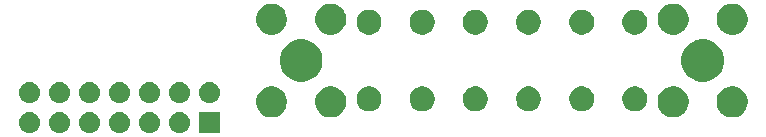
<source format=gbs>
G04 #@! TF.GenerationSoftware,KiCad,Pcbnew,(5.1.0-0)*
G04 #@! TF.CreationDate,2019-03-17T12:10:36+00:00*
G04 #@! TF.ProjectId,A1200,41313230-302e-46b6-9963-61645f706362,rev?*
G04 #@! TF.SameCoordinates,Original*
G04 #@! TF.FileFunction,Soldermask,Bot*
G04 #@! TF.FilePolarity,Negative*
%FSLAX46Y46*%
G04 Gerber Fmt 4.6, Leading zero omitted, Abs format (unit mm)*
G04 Created by KiCad (PCBNEW (5.1.0-0)) date 2019-03-17 12:10:36*
%MOMM*%
%LPD*%
G04 APERTURE LIST*
%ADD10C,0.100000*%
G04 APERTURE END LIST*
D10*
G36*
X52651000Y-67151000D02*
G01*
X50849000Y-67151000D01*
X50849000Y-65349000D01*
X52651000Y-65349000D01*
X52651000Y-67151000D01*
X52651000Y-67151000D01*
G37*
G36*
X49320443Y-65355519D02*
G01*
X49386627Y-65362037D01*
X49556466Y-65413557D01*
X49712991Y-65497222D01*
X49740592Y-65519874D01*
X49850186Y-65609814D01*
X49894298Y-65663566D01*
X49962778Y-65747009D01*
X50046443Y-65903534D01*
X50097963Y-66073373D01*
X50115359Y-66250000D01*
X50097963Y-66426627D01*
X50046443Y-66596466D01*
X49962778Y-66752991D01*
X49933448Y-66788729D01*
X49850186Y-66890186D01*
X49748729Y-66973448D01*
X49712991Y-67002778D01*
X49556466Y-67086443D01*
X49386627Y-67137963D01*
X49320442Y-67144482D01*
X49254260Y-67151000D01*
X49165740Y-67151000D01*
X49099558Y-67144482D01*
X49033373Y-67137963D01*
X48863534Y-67086443D01*
X48707009Y-67002778D01*
X48671271Y-66973448D01*
X48569814Y-66890186D01*
X48486552Y-66788729D01*
X48457222Y-66752991D01*
X48373557Y-66596466D01*
X48322037Y-66426627D01*
X48304641Y-66250000D01*
X48322037Y-66073373D01*
X48373557Y-65903534D01*
X48457222Y-65747009D01*
X48525702Y-65663566D01*
X48569814Y-65609814D01*
X48679408Y-65519874D01*
X48707009Y-65497222D01*
X48863534Y-65413557D01*
X49033373Y-65362037D01*
X49099557Y-65355519D01*
X49165740Y-65349000D01*
X49254260Y-65349000D01*
X49320443Y-65355519D01*
X49320443Y-65355519D01*
G37*
G36*
X46780443Y-65355519D02*
G01*
X46846627Y-65362037D01*
X47016466Y-65413557D01*
X47172991Y-65497222D01*
X47200592Y-65519874D01*
X47310186Y-65609814D01*
X47354298Y-65663566D01*
X47422778Y-65747009D01*
X47506443Y-65903534D01*
X47557963Y-66073373D01*
X47575359Y-66250000D01*
X47557963Y-66426627D01*
X47506443Y-66596466D01*
X47422778Y-66752991D01*
X47393448Y-66788729D01*
X47310186Y-66890186D01*
X47208729Y-66973448D01*
X47172991Y-67002778D01*
X47016466Y-67086443D01*
X46846627Y-67137963D01*
X46780442Y-67144482D01*
X46714260Y-67151000D01*
X46625740Y-67151000D01*
X46559558Y-67144482D01*
X46493373Y-67137963D01*
X46323534Y-67086443D01*
X46167009Y-67002778D01*
X46131271Y-66973448D01*
X46029814Y-66890186D01*
X45946552Y-66788729D01*
X45917222Y-66752991D01*
X45833557Y-66596466D01*
X45782037Y-66426627D01*
X45764641Y-66250000D01*
X45782037Y-66073373D01*
X45833557Y-65903534D01*
X45917222Y-65747009D01*
X45985702Y-65663566D01*
X46029814Y-65609814D01*
X46139408Y-65519874D01*
X46167009Y-65497222D01*
X46323534Y-65413557D01*
X46493373Y-65362037D01*
X46559557Y-65355519D01*
X46625740Y-65349000D01*
X46714260Y-65349000D01*
X46780443Y-65355519D01*
X46780443Y-65355519D01*
G37*
G36*
X44240443Y-65355519D02*
G01*
X44306627Y-65362037D01*
X44476466Y-65413557D01*
X44632991Y-65497222D01*
X44660592Y-65519874D01*
X44770186Y-65609814D01*
X44814298Y-65663566D01*
X44882778Y-65747009D01*
X44966443Y-65903534D01*
X45017963Y-66073373D01*
X45035359Y-66250000D01*
X45017963Y-66426627D01*
X44966443Y-66596466D01*
X44882778Y-66752991D01*
X44853448Y-66788729D01*
X44770186Y-66890186D01*
X44668729Y-66973448D01*
X44632991Y-67002778D01*
X44476466Y-67086443D01*
X44306627Y-67137963D01*
X44240442Y-67144482D01*
X44174260Y-67151000D01*
X44085740Y-67151000D01*
X44019558Y-67144482D01*
X43953373Y-67137963D01*
X43783534Y-67086443D01*
X43627009Y-67002778D01*
X43591271Y-66973448D01*
X43489814Y-66890186D01*
X43406552Y-66788729D01*
X43377222Y-66752991D01*
X43293557Y-66596466D01*
X43242037Y-66426627D01*
X43224641Y-66250000D01*
X43242037Y-66073373D01*
X43293557Y-65903534D01*
X43377222Y-65747009D01*
X43445702Y-65663566D01*
X43489814Y-65609814D01*
X43599408Y-65519874D01*
X43627009Y-65497222D01*
X43783534Y-65413557D01*
X43953373Y-65362037D01*
X44019557Y-65355519D01*
X44085740Y-65349000D01*
X44174260Y-65349000D01*
X44240443Y-65355519D01*
X44240443Y-65355519D01*
G37*
G36*
X41700443Y-65355519D02*
G01*
X41766627Y-65362037D01*
X41936466Y-65413557D01*
X42092991Y-65497222D01*
X42120592Y-65519874D01*
X42230186Y-65609814D01*
X42274298Y-65663566D01*
X42342778Y-65747009D01*
X42426443Y-65903534D01*
X42477963Y-66073373D01*
X42495359Y-66250000D01*
X42477963Y-66426627D01*
X42426443Y-66596466D01*
X42342778Y-66752991D01*
X42313448Y-66788729D01*
X42230186Y-66890186D01*
X42128729Y-66973448D01*
X42092991Y-67002778D01*
X41936466Y-67086443D01*
X41766627Y-67137963D01*
X41700442Y-67144482D01*
X41634260Y-67151000D01*
X41545740Y-67151000D01*
X41479558Y-67144482D01*
X41413373Y-67137963D01*
X41243534Y-67086443D01*
X41087009Y-67002778D01*
X41051271Y-66973448D01*
X40949814Y-66890186D01*
X40866552Y-66788729D01*
X40837222Y-66752991D01*
X40753557Y-66596466D01*
X40702037Y-66426627D01*
X40684641Y-66250000D01*
X40702037Y-66073373D01*
X40753557Y-65903534D01*
X40837222Y-65747009D01*
X40905702Y-65663566D01*
X40949814Y-65609814D01*
X41059408Y-65519874D01*
X41087009Y-65497222D01*
X41243534Y-65413557D01*
X41413373Y-65362037D01*
X41479557Y-65355519D01*
X41545740Y-65349000D01*
X41634260Y-65349000D01*
X41700443Y-65355519D01*
X41700443Y-65355519D01*
G37*
G36*
X39160443Y-65355519D02*
G01*
X39226627Y-65362037D01*
X39396466Y-65413557D01*
X39552991Y-65497222D01*
X39580592Y-65519874D01*
X39690186Y-65609814D01*
X39734298Y-65663566D01*
X39802778Y-65747009D01*
X39886443Y-65903534D01*
X39937963Y-66073373D01*
X39955359Y-66250000D01*
X39937963Y-66426627D01*
X39886443Y-66596466D01*
X39802778Y-66752991D01*
X39773448Y-66788729D01*
X39690186Y-66890186D01*
X39588729Y-66973448D01*
X39552991Y-67002778D01*
X39396466Y-67086443D01*
X39226627Y-67137963D01*
X39160442Y-67144482D01*
X39094260Y-67151000D01*
X39005740Y-67151000D01*
X38939558Y-67144482D01*
X38873373Y-67137963D01*
X38703534Y-67086443D01*
X38547009Y-67002778D01*
X38511271Y-66973448D01*
X38409814Y-66890186D01*
X38326552Y-66788729D01*
X38297222Y-66752991D01*
X38213557Y-66596466D01*
X38162037Y-66426627D01*
X38144641Y-66250000D01*
X38162037Y-66073373D01*
X38213557Y-65903534D01*
X38297222Y-65747009D01*
X38365702Y-65663566D01*
X38409814Y-65609814D01*
X38519408Y-65519874D01*
X38547009Y-65497222D01*
X38703534Y-65413557D01*
X38873373Y-65362037D01*
X38939557Y-65355519D01*
X39005740Y-65349000D01*
X39094260Y-65349000D01*
X39160443Y-65355519D01*
X39160443Y-65355519D01*
G37*
G36*
X36620443Y-65355519D02*
G01*
X36686627Y-65362037D01*
X36856466Y-65413557D01*
X37012991Y-65497222D01*
X37040592Y-65519874D01*
X37150186Y-65609814D01*
X37194298Y-65663566D01*
X37262778Y-65747009D01*
X37346443Y-65903534D01*
X37397963Y-66073373D01*
X37415359Y-66250000D01*
X37397963Y-66426627D01*
X37346443Y-66596466D01*
X37262778Y-66752991D01*
X37233448Y-66788729D01*
X37150186Y-66890186D01*
X37048729Y-66973448D01*
X37012991Y-67002778D01*
X36856466Y-67086443D01*
X36686627Y-67137963D01*
X36620442Y-67144482D01*
X36554260Y-67151000D01*
X36465740Y-67151000D01*
X36399558Y-67144482D01*
X36333373Y-67137963D01*
X36163534Y-67086443D01*
X36007009Y-67002778D01*
X35971271Y-66973448D01*
X35869814Y-66890186D01*
X35786552Y-66788729D01*
X35757222Y-66752991D01*
X35673557Y-66596466D01*
X35622037Y-66426627D01*
X35604641Y-66250000D01*
X35622037Y-66073373D01*
X35673557Y-65903534D01*
X35757222Y-65747009D01*
X35825702Y-65663566D01*
X35869814Y-65609814D01*
X35979408Y-65519874D01*
X36007009Y-65497222D01*
X36163534Y-65413557D01*
X36333373Y-65362037D01*
X36399557Y-65355519D01*
X36465740Y-65349000D01*
X36554260Y-65349000D01*
X36620443Y-65355519D01*
X36620443Y-65355519D01*
G37*
G36*
X62382987Y-63237457D02*
G01*
X62621937Y-63336434D01*
X62621939Y-63336435D01*
X62836989Y-63480126D01*
X63019874Y-63663011D01*
X63163565Y-63878061D01*
X63163566Y-63878063D01*
X63262543Y-64117013D01*
X63313000Y-64370679D01*
X63313000Y-64629321D01*
X63262543Y-64882987D01*
X63186585Y-65066365D01*
X63163565Y-65121939D01*
X63019874Y-65336989D01*
X62836989Y-65519874D01*
X62621939Y-65663565D01*
X62621938Y-65663566D01*
X62621937Y-65663566D01*
X62382987Y-65762543D01*
X62129321Y-65813000D01*
X61870679Y-65813000D01*
X61617013Y-65762543D01*
X61378063Y-65663566D01*
X61378062Y-65663566D01*
X61378061Y-65663565D01*
X61163011Y-65519874D01*
X60980126Y-65336989D01*
X60836435Y-65121939D01*
X60813415Y-65066365D01*
X60737457Y-64882987D01*
X60687000Y-64629321D01*
X60687000Y-64370679D01*
X60737457Y-64117013D01*
X60836434Y-63878063D01*
X60836435Y-63878061D01*
X60980126Y-63663011D01*
X61163011Y-63480126D01*
X61378061Y-63336435D01*
X61378063Y-63336434D01*
X61617013Y-63237457D01*
X61870679Y-63187000D01*
X62129321Y-63187000D01*
X62382987Y-63237457D01*
X62382987Y-63237457D01*
G37*
G36*
X57382987Y-63237457D02*
G01*
X57621937Y-63336434D01*
X57621939Y-63336435D01*
X57836989Y-63480126D01*
X58019874Y-63663011D01*
X58163565Y-63878061D01*
X58163566Y-63878063D01*
X58262543Y-64117013D01*
X58313000Y-64370679D01*
X58313000Y-64629321D01*
X58262543Y-64882987D01*
X58186585Y-65066365D01*
X58163565Y-65121939D01*
X58019874Y-65336989D01*
X57836989Y-65519874D01*
X57621939Y-65663565D01*
X57621938Y-65663566D01*
X57621937Y-65663566D01*
X57382987Y-65762543D01*
X57129321Y-65813000D01*
X56870679Y-65813000D01*
X56617013Y-65762543D01*
X56378063Y-65663566D01*
X56378062Y-65663566D01*
X56378061Y-65663565D01*
X56163011Y-65519874D01*
X55980126Y-65336989D01*
X55836435Y-65121939D01*
X55813415Y-65066365D01*
X55737457Y-64882987D01*
X55687000Y-64629321D01*
X55687000Y-64370679D01*
X55737457Y-64117013D01*
X55836434Y-63878063D01*
X55836435Y-63878061D01*
X55980126Y-63663011D01*
X56163011Y-63480126D01*
X56378061Y-63336435D01*
X56378063Y-63336434D01*
X56617013Y-63237457D01*
X56870679Y-63187000D01*
X57129321Y-63187000D01*
X57382987Y-63237457D01*
X57382987Y-63237457D01*
G37*
G36*
X96382987Y-63237457D02*
G01*
X96621937Y-63336434D01*
X96621939Y-63336435D01*
X96836989Y-63480126D01*
X97019874Y-63663011D01*
X97163565Y-63878061D01*
X97163566Y-63878063D01*
X97262543Y-64117013D01*
X97313000Y-64370679D01*
X97313000Y-64629321D01*
X97262543Y-64882987D01*
X97186585Y-65066365D01*
X97163565Y-65121939D01*
X97019874Y-65336989D01*
X96836989Y-65519874D01*
X96621939Y-65663565D01*
X96621938Y-65663566D01*
X96621937Y-65663566D01*
X96382987Y-65762543D01*
X96129321Y-65813000D01*
X95870679Y-65813000D01*
X95617013Y-65762543D01*
X95378063Y-65663566D01*
X95378062Y-65663566D01*
X95378061Y-65663565D01*
X95163011Y-65519874D01*
X94980126Y-65336989D01*
X94836435Y-65121939D01*
X94813415Y-65066365D01*
X94737457Y-64882987D01*
X94687000Y-64629321D01*
X94687000Y-64370679D01*
X94737457Y-64117013D01*
X94836434Y-63878063D01*
X94836435Y-63878061D01*
X94980126Y-63663011D01*
X95163011Y-63480126D01*
X95378061Y-63336435D01*
X95378063Y-63336434D01*
X95617013Y-63237457D01*
X95870679Y-63187000D01*
X96129321Y-63187000D01*
X96382987Y-63237457D01*
X96382987Y-63237457D01*
G37*
G36*
X91382987Y-63237457D02*
G01*
X91621937Y-63336434D01*
X91621939Y-63336435D01*
X91836989Y-63480126D01*
X92019874Y-63663011D01*
X92163565Y-63878061D01*
X92163566Y-63878063D01*
X92262543Y-64117013D01*
X92313000Y-64370679D01*
X92313000Y-64629321D01*
X92262543Y-64882987D01*
X92186585Y-65066365D01*
X92163565Y-65121939D01*
X92019874Y-65336989D01*
X91836989Y-65519874D01*
X91621939Y-65663565D01*
X91621938Y-65663566D01*
X91621937Y-65663566D01*
X91382987Y-65762543D01*
X91129321Y-65813000D01*
X90870679Y-65813000D01*
X90617013Y-65762543D01*
X90378063Y-65663566D01*
X90378062Y-65663566D01*
X90378061Y-65663565D01*
X90163011Y-65519874D01*
X89980126Y-65336989D01*
X89836435Y-65121939D01*
X89813415Y-65066365D01*
X89737457Y-64882987D01*
X89687000Y-64629321D01*
X89687000Y-64370679D01*
X89737457Y-64117013D01*
X89836434Y-63878063D01*
X89836435Y-63878061D01*
X89980126Y-63663011D01*
X90163011Y-63480126D01*
X90378061Y-63336435D01*
X90378063Y-63336434D01*
X90617013Y-63237457D01*
X90870679Y-63187000D01*
X91129321Y-63187000D01*
X91382987Y-63237457D01*
X91382987Y-63237457D01*
G37*
G36*
X65556564Y-63239389D02*
G01*
X65747833Y-63318615D01*
X65747835Y-63318616D01*
X65815059Y-63363534D01*
X65919973Y-63433635D01*
X66066365Y-63580027D01*
X66181385Y-63752167D01*
X66260611Y-63943436D01*
X66301000Y-64146484D01*
X66301000Y-64353516D01*
X66260611Y-64556564D01*
X66230475Y-64629319D01*
X66181384Y-64747835D01*
X66066365Y-64919973D01*
X65919973Y-65066365D01*
X65747835Y-65181384D01*
X65747834Y-65181385D01*
X65747833Y-65181385D01*
X65556564Y-65260611D01*
X65353516Y-65301000D01*
X65146484Y-65301000D01*
X64943436Y-65260611D01*
X64752167Y-65181385D01*
X64752166Y-65181385D01*
X64752165Y-65181384D01*
X64580027Y-65066365D01*
X64433635Y-64919973D01*
X64318616Y-64747835D01*
X64269525Y-64629319D01*
X64239389Y-64556564D01*
X64199000Y-64353516D01*
X64199000Y-64146484D01*
X64239389Y-63943436D01*
X64318615Y-63752167D01*
X64433635Y-63580027D01*
X64580027Y-63433635D01*
X64684941Y-63363534D01*
X64752165Y-63318616D01*
X64752167Y-63318615D01*
X64943436Y-63239389D01*
X65146484Y-63199000D01*
X65353516Y-63199000D01*
X65556564Y-63239389D01*
X65556564Y-63239389D01*
G37*
G36*
X79056564Y-63239389D02*
G01*
X79247833Y-63318615D01*
X79247835Y-63318616D01*
X79315059Y-63363534D01*
X79419973Y-63433635D01*
X79566365Y-63580027D01*
X79681385Y-63752167D01*
X79760611Y-63943436D01*
X79801000Y-64146484D01*
X79801000Y-64353516D01*
X79760611Y-64556564D01*
X79730475Y-64629319D01*
X79681384Y-64747835D01*
X79566365Y-64919973D01*
X79419973Y-65066365D01*
X79247835Y-65181384D01*
X79247834Y-65181385D01*
X79247833Y-65181385D01*
X79056564Y-65260611D01*
X78853516Y-65301000D01*
X78646484Y-65301000D01*
X78443436Y-65260611D01*
X78252167Y-65181385D01*
X78252166Y-65181385D01*
X78252165Y-65181384D01*
X78080027Y-65066365D01*
X77933635Y-64919973D01*
X77818616Y-64747835D01*
X77769525Y-64629319D01*
X77739389Y-64556564D01*
X77699000Y-64353516D01*
X77699000Y-64146484D01*
X77739389Y-63943436D01*
X77818615Y-63752167D01*
X77933635Y-63580027D01*
X78080027Y-63433635D01*
X78184941Y-63363534D01*
X78252165Y-63318616D01*
X78252167Y-63318615D01*
X78443436Y-63239389D01*
X78646484Y-63199000D01*
X78853516Y-63199000D01*
X79056564Y-63239389D01*
X79056564Y-63239389D01*
G37*
G36*
X83556564Y-63239389D02*
G01*
X83747833Y-63318615D01*
X83747835Y-63318616D01*
X83815059Y-63363534D01*
X83919973Y-63433635D01*
X84066365Y-63580027D01*
X84181385Y-63752167D01*
X84260611Y-63943436D01*
X84301000Y-64146484D01*
X84301000Y-64353516D01*
X84260611Y-64556564D01*
X84230475Y-64629319D01*
X84181384Y-64747835D01*
X84066365Y-64919973D01*
X83919973Y-65066365D01*
X83747835Y-65181384D01*
X83747834Y-65181385D01*
X83747833Y-65181385D01*
X83556564Y-65260611D01*
X83353516Y-65301000D01*
X83146484Y-65301000D01*
X82943436Y-65260611D01*
X82752167Y-65181385D01*
X82752166Y-65181385D01*
X82752165Y-65181384D01*
X82580027Y-65066365D01*
X82433635Y-64919973D01*
X82318616Y-64747835D01*
X82269525Y-64629319D01*
X82239389Y-64556564D01*
X82199000Y-64353516D01*
X82199000Y-64146484D01*
X82239389Y-63943436D01*
X82318615Y-63752167D01*
X82433635Y-63580027D01*
X82580027Y-63433635D01*
X82684941Y-63363534D01*
X82752165Y-63318616D01*
X82752167Y-63318615D01*
X82943436Y-63239389D01*
X83146484Y-63199000D01*
X83353516Y-63199000D01*
X83556564Y-63239389D01*
X83556564Y-63239389D01*
G37*
G36*
X88056564Y-63239389D02*
G01*
X88247833Y-63318615D01*
X88247835Y-63318616D01*
X88315059Y-63363534D01*
X88419973Y-63433635D01*
X88566365Y-63580027D01*
X88681385Y-63752167D01*
X88760611Y-63943436D01*
X88801000Y-64146484D01*
X88801000Y-64353516D01*
X88760611Y-64556564D01*
X88730475Y-64629319D01*
X88681384Y-64747835D01*
X88566365Y-64919973D01*
X88419973Y-65066365D01*
X88247835Y-65181384D01*
X88247834Y-65181385D01*
X88247833Y-65181385D01*
X88056564Y-65260611D01*
X87853516Y-65301000D01*
X87646484Y-65301000D01*
X87443436Y-65260611D01*
X87252167Y-65181385D01*
X87252166Y-65181385D01*
X87252165Y-65181384D01*
X87080027Y-65066365D01*
X86933635Y-64919973D01*
X86818616Y-64747835D01*
X86769525Y-64629319D01*
X86739389Y-64556564D01*
X86699000Y-64353516D01*
X86699000Y-64146484D01*
X86739389Y-63943436D01*
X86818615Y-63752167D01*
X86933635Y-63580027D01*
X87080027Y-63433635D01*
X87184941Y-63363534D01*
X87252165Y-63318616D01*
X87252167Y-63318615D01*
X87443436Y-63239389D01*
X87646484Y-63199000D01*
X87853516Y-63199000D01*
X88056564Y-63239389D01*
X88056564Y-63239389D01*
G37*
G36*
X70056564Y-63239389D02*
G01*
X70247833Y-63318615D01*
X70247835Y-63318616D01*
X70315059Y-63363534D01*
X70419973Y-63433635D01*
X70566365Y-63580027D01*
X70681385Y-63752167D01*
X70760611Y-63943436D01*
X70801000Y-64146484D01*
X70801000Y-64353516D01*
X70760611Y-64556564D01*
X70730475Y-64629319D01*
X70681384Y-64747835D01*
X70566365Y-64919973D01*
X70419973Y-65066365D01*
X70247835Y-65181384D01*
X70247834Y-65181385D01*
X70247833Y-65181385D01*
X70056564Y-65260611D01*
X69853516Y-65301000D01*
X69646484Y-65301000D01*
X69443436Y-65260611D01*
X69252167Y-65181385D01*
X69252166Y-65181385D01*
X69252165Y-65181384D01*
X69080027Y-65066365D01*
X68933635Y-64919973D01*
X68818616Y-64747835D01*
X68769525Y-64629319D01*
X68739389Y-64556564D01*
X68699000Y-64353516D01*
X68699000Y-64146484D01*
X68739389Y-63943436D01*
X68818615Y-63752167D01*
X68933635Y-63580027D01*
X69080027Y-63433635D01*
X69184941Y-63363534D01*
X69252165Y-63318616D01*
X69252167Y-63318615D01*
X69443436Y-63239389D01*
X69646484Y-63199000D01*
X69853516Y-63199000D01*
X70056564Y-63239389D01*
X70056564Y-63239389D01*
G37*
G36*
X74556564Y-63239389D02*
G01*
X74747833Y-63318615D01*
X74747835Y-63318616D01*
X74815059Y-63363534D01*
X74919973Y-63433635D01*
X75066365Y-63580027D01*
X75181385Y-63752167D01*
X75260611Y-63943436D01*
X75301000Y-64146484D01*
X75301000Y-64353516D01*
X75260611Y-64556564D01*
X75230475Y-64629319D01*
X75181384Y-64747835D01*
X75066365Y-64919973D01*
X74919973Y-65066365D01*
X74747835Y-65181384D01*
X74747834Y-65181385D01*
X74747833Y-65181385D01*
X74556564Y-65260611D01*
X74353516Y-65301000D01*
X74146484Y-65301000D01*
X73943436Y-65260611D01*
X73752167Y-65181385D01*
X73752166Y-65181385D01*
X73752165Y-65181384D01*
X73580027Y-65066365D01*
X73433635Y-64919973D01*
X73318616Y-64747835D01*
X73269525Y-64629319D01*
X73239389Y-64556564D01*
X73199000Y-64353516D01*
X73199000Y-64146484D01*
X73239389Y-63943436D01*
X73318615Y-63752167D01*
X73433635Y-63580027D01*
X73580027Y-63433635D01*
X73684941Y-63363534D01*
X73752165Y-63318616D01*
X73752167Y-63318615D01*
X73943436Y-63239389D01*
X74146484Y-63199000D01*
X74353516Y-63199000D01*
X74556564Y-63239389D01*
X74556564Y-63239389D01*
G37*
G36*
X36620442Y-62815518D02*
G01*
X36686627Y-62822037D01*
X36856466Y-62873557D01*
X37012991Y-62957222D01*
X37048729Y-62986552D01*
X37150186Y-63069814D01*
X37233448Y-63171271D01*
X37262778Y-63207009D01*
X37346443Y-63363534D01*
X37397963Y-63533373D01*
X37415359Y-63710000D01*
X37397963Y-63886627D01*
X37346443Y-64056466D01*
X37262778Y-64212991D01*
X37233448Y-64248729D01*
X37150186Y-64350186D01*
X37048729Y-64433448D01*
X37012991Y-64462778D01*
X36856466Y-64546443D01*
X36686627Y-64597963D01*
X36620443Y-64604481D01*
X36554260Y-64611000D01*
X36465740Y-64611000D01*
X36399557Y-64604481D01*
X36333373Y-64597963D01*
X36163534Y-64546443D01*
X36007009Y-64462778D01*
X35971271Y-64433448D01*
X35869814Y-64350186D01*
X35786552Y-64248729D01*
X35757222Y-64212991D01*
X35673557Y-64056466D01*
X35622037Y-63886627D01*
X35604641Y-63710000D01*
X35622037Y-63533373D01*
X35673557Y-63363534D01*
X35757222Y-63207009D01*
X35786552Y-63171271D01*
X35869814Y-63069814D01*
X35971271Y-62986552D01*
X36007009Y-62957222D01*
X36163534Y-62873557D01*
X36333373Y-62822037D01*
X36399558Y-62815518D01*
X36465740Y-62809000D01*
X36554260Y-62809000D01*
X36620442Y-62815518D01*
X36620442Y-62815518D01*
G37*
G36*
X51860442Y-62815518D02*
G01*
X51926627Y-62822037D01*
X52096466Y-62873557D01*
X52252991Y-62957222D01*
X52288729Y-62986552D01*
X52390186Y-63069814D01*
X52473448Y-63171271D01*
X52502778Y-63207009D01*
X52586443Y-63363534D01*
X52637963Y-63533373D01*
X52655359Y-63710000D01*
X52637963Y-63886627D01*
X52586443Y-64056466D01*
X52502778Y-64212991D01*
X52473448Y-64248729D01*
X52390186Y-64350186D01*
X52288729Y-64433448D01*
X52252991Y-64462778D01*
X52096466Y-64546443D01*
X51926627Y-64597963D01*
X51860443Y-64604481D01*
X51794260Y-64611000D01*
X51705740Y-64611000D01*
X51639557Y-64604481D01*
X51573373Y-64597963D01*
X51403534Y-64546443D01*
X51247009Y-64462778D01*
X51211271Y-64433448D01*
X51109814Y-64350186D01*
X51026552Y-64248729D01*
X50997222Y-64212991D01*
X50913557Y-64056466D01*
X50862037Y-63886627D01*
X50844641Y-63710000D01*
X50862037Y-63533373D01*
X50913557Y-63363534D01*
X50997222Y-63207009D01*
X51026552Y-63171271D01*
X51109814Y-63069814D01*
X51211271Y-62986552D01*
X51247009Y-62957222D01*
X51403534Y-62873557D01*
X51573373Y-62822037D01*
X51639558Y-62815518D01*
X51705740Y-62809000D01*
X51794260Y-62809000D01*
X51860442Y-62815518D01*
X51860442Y-62815518D01*
G37*
G36*
X49320442Y-62815518D02*
G01*
X49386627Y-62822037D01*
X49556466Y-62873557D01*
X49712991Y-62957222D01*
X49748729Y-62986552D01*
X49850186Y-63069814D01*
X49933448Y-63171271D01*
X49962778Y-63207009D01*
X50046443Y-63363534D01*
X50097963Y-63533373D01*
X50115359Y-63710000D01*
X50097963Y-63886627D01*
X50046443Y-64056466D01*
X49962778Y-64212991D01*
X49933448Y-64248729D01*
X49850186Y-64350186D01*
X49748729Y-64433448D01*
X49712991Y-64462778D01*
X49556466Y-64546443D01*
X49386627Y-64597963D01*
X49320443Y-64604481D01*
X49254260Y-64611000D01*
X49165740Y-64611000D01*
X49099557Y-64604481D01*
X49033373Y-64597963D01*
X48863534Y-64546443D01*
X48707009Y-64462778D01*
X48671271Y-64433448D01*
X48569814Y-64350186D01*
X48486552Y-64248729D01*
X48457222Y-64212991D01*
X48373557Y-64056466D01*
X48322037Y-63886627D01*
X48304641Y-63710000D01*
X48322037Y-63533373D01*
X48373557Y-63363534D01*
X48457222Y-63207009D01*
X48486552Y-63171271D01*
X48569814Y-63069814D01*
X48671271Y-62986552D01*
X48707009Y-62957222D01*
X48863534Y-62873557D01*
X49033373Y-62822037D01*
X49099558Y-62815518D01*
X49165740Y-62809000D01*
X49254260Y-62809000D01*
X49320442Y-62815518D01*
X49320442Y-62815518D01*
G37*
G36*
X46780442Y-62815518D02*
G01*
X46846627Y-62822037D01*
X47016466Y-62873557D01*
X47172991Y-62957222D01*
X47208729Y-62986552D01*
X47310186Y-63069814D01*
X47393448Y-63171271D01*
X47422778Y-63207009D01*
X47506443Y-63363534D01*
X47557963Y-63533373D01*
X47575359Y-63710000D01*
X47557963Y-63886627D01*
X47506443Y-64056466D01*
X47422778Y-64212991D01*
X47393448Y-64248729D01*
X47310186Y-64350186D01*
X47208729Y-64433448D01*
X47172991Y-64462778D01*
X47016466Y-64546443D01*
X46846627Y-64597963D01*
X46780443Y-64604481D01*
X46714260Y-64611000D01*
X46625740Y-64611000D01*
X46559557Y-64604481D01*
X46493373Y-64597963D01*
X46323534Y-64546443D01*
X46167009Y-64462778D01*
X46131271Y-64433448D01*
X46029814Y-64350186D01*
X45946552Y-64248729D01*
X45917222Y-64212991D01*
X45833557Y-64056466D01*
X45782037Y-63886627D01*
X45764641Y-63710000D01*
X45782037Y-63533373D01*
X45833557Y-63363534D01*
X45917222Y-63207009D01*
X45946552Y-63171271D01*
X46029814Y-63069814D01*
X46131271Y-62986552D01*
X46167009Y-62957222D01*
X46323534Y-62873557D01*
X46493373Y-62822037D01*
X46559558Y-62815518D01*
X46625740Y-62809000D01*
X46714260Y-62809000D01*
X46780442Y-62815518D01*
X46780442Y-62815518D01*
G37*
G36*
X41700442Y-62815518D02*
G01*
X41766627Y-62822037D01*
X41936466Y-62873557D01*
X42092991Y-62957222D01*
X42128729Y-62986552D01*
X42230186Y-63069814D01*
X42313448Y-63171271D01*
X42342778Y-63207009D01*
X42426443Y-63363534D01*
X42477963Y-63533373D01*
X42495359Y-63710000D01*
X42477963Y-63886627D01*
X42426443Y-64056466D01*
X42342778Y-64212991D01*
X42313448Y-64248729D01*
X42230186Y-64350186D01*
X42128729Y-64433448D01*
X42092991Y-64462778D01*
X41936466Y-64546443D01*
X41766627Y-64597963D01*
X41700443Y-64604481D01*
X41634260Y-64611000D01*
X41545740Y-64611000D01*
X41479557Y-64604481D01*
X41413373Y-64597963D01*
X41243534Y-64546443D01*
X41087009Y-64462778D01*
X41051271Y-64433448D01*
X40949814Y-64350186D01*
X40866552Y-64248729D01*
X40837222Y-64212991D01*
X40753557Y-64056466D01*
X40702037Y-63886627D01*
X40684641Y-63710000D01*
X40702037Y-63533373D01*
X40753557Y-63363534D01*
X40837222Y-63207009D01*
X40866552Y-63171271D01*
X40949814Y-63069814D01*
X41051271Y-62986552D01*
X41087009Y-62957222D01*
X41243534Y-62873557D01*
X41413373Y-62822037D01*
X41479558Y-62815518D01*
X41545740Y-62809000D01*
X41634260Y-62809000D01*
X41700442Y-62815518D01*
X41700442Y-62815518D01*
G37*
G36*
X39160442Y-62815518D02*
G01*
X39226627Y-62822037D01*
X39396466Y-62873557D01*
X39552991Y-62957222D01*
X39588729Y-62986552D01*
X39690186Y-63069814D01*
X39773448Y-63171271D01*
X39802778Y-63207009D01*
X39886443Y-63363534D01*
X39937963Y-63533373D01*
X39955359Y-63710000D01*
X39937963Y-63886627D01*
X39886443Y-64056466D01*
X39802778Y-64212991D01*
X39773448Y-64248729D01*
X39690186Y-64350186D01*
X39588729Y-64433448D01*
X39552991Y-64462778D01*
X39396466Y-64546443D01*
X39226627Y-64597963D01*
X39160443Y-64604481D01*
X39094260Y-64611000D01*
X39005740Y-64611000D01*
X38939557Y-64604481D01*
X38873373Y-64597963D01*
X38703534Y-64546443D01*
X38547009Y-64462778D01*
X38511271Y-64433448D01*
X38409814Y-64350186D01*
X38326552Y-64248729D01*
X38297222Y-64212991D01*
X38213557Y-64056466D01*
X38162037Y-63886627D01*
X38144641Y-63710000D01*
X38162037Y-63533373D01*
X38213557Y-63363534D01*
X38297222Y-63207009D01*
X38326552Y-63171271D01*
X38409814Y-63069814D01*
X38511271Y-62986552D01*
X38547009Y-62957222D01*
X38703534Y-62873557D01*
X38873373Y-62822037D01*
X38939558Y-62815518D01*
X39005740Y-62809000D01*
X39094260Y-62809000D01*
X39160442Y-62815518D01*
X39160442Y-62815518D01*
G37*
G36*
X44240442Y-62815518D02*
G01*
X44306627Y-62822037D01*
X44476466Y-62873557D01*
X44632991Y-62957222D01*
X44668729Y-62986552D01*
X44770186Y-63069814D01*
X44853448Y-63171271D01*
X44882778Y-63207009D01*
X44966443Y-63363534D01*
X45017963Y-63533373D01*
X45035359Y-63710000D01*
X45017963Y-63886627D01*
X44966443Y-64056466D01*
X44882778Y-64212991D01*
X44853448Y-64248729D01*
X44770186Y-64350186D01*
X44668729Y-64433448D01*
X44632991Y-64462778D01*
X44476466Y-64546443D01*
X44306627Y-64597963D01*
X44240443Y-64604481D01*
X44174260Y-64611000D01*
X44085740Y-64611000D01*
X44019557Y-64604481D01*
X43953373Y-64597963D01*
X43783534Y-64546443D01*
X43627009Y-64462778D01*
X43591271Y-64433448D01*
X43489814Y-64350186D01*
X43406552Y-64248729D01*
X43377222Y-64212991D01*
X43293557Y-64056466D01*
X43242037Y-63886627D01*
X43224641Y-63710000D01*
X43242037Y-63533373D01*
X43293557Y-63363534D01*
X43377222Y-63207009D01*
X43406552Y-63171271D01*
X43489814Y-63069814D01*
X43591271Y-62986552D01*
X43627009Y-62957222D01*
X43783534Y-62873557D01*
X43953373Y-62822037D01*
X44019558Y-62815518D01*
X44085740Y-62809000D01*
X44174260Y-62809000D01*
X44240442Y-62815518D01*
X44240442Y-62815518D01*
G37*
G36*
X60025331Y-59268211D02*
G01*
X60353092Y-59403974D01*
X60648070Y-59601072D01*
X60898928Y-59851930D01*
X61096026Y-60146908D01*
X61231789Y-60474669D01*
X61301000Y-60822616D01*
X61301000Y-61177384D01*
X61231789Y-61525331D01*
X61096026Y-61853092D01*
X60898928Y-62148070D01*
X60648070Y-62398928D01*
X60353092Y-62596026D01*
X60025331Y-62731789D01*
X59677384Y-62801000D01*
X59322616Y-62801000D01*
X58974669Y-62731789D01*
X58646908Y-62596026D01*
X58351930Y-62398928D01*
X58101072Y-62148070D01*
X57903974Y-61853092D01*
X57768211Y-61525331D01*
X57699000Y-61177384D01*
X57699000Y-60822616D01*
X57768211Y-60474669D01*
X57903974Y-60146908D01*
X58101072Y-59851930D01*
X58351930Y-59601072D01*
X58646908Y-59403974D01*
X58974669Y-59268211D01*
X59322616Y-59199000D01*
X59677384Y-59199000D01*
X60025331Y-59268211D01*
X60025331Y-59268211D01*
G37*
G36*
X94025331Y-59268211D02*
G01*
X94353092Y-59403974D01*
X94648070Y-59601072D01*
X94898928Y-59851930D01*
X95096026Y-60146908D01*
X95231789Y-60474669D01*
X95301000Y-60822616D01*
X95301000Y-61177384D01*
X95231789Y-61525331D01*
X95096026Y-61853092D01*
X94898928Y-62148070D01*
X94648070Y-62398928D01*
X94353092Y-62596026D01*
X94025331Y-62731789D01*
X93677384Y-62801000D01*
X93322616Y-62801000D01*
X92974669Y-62731789D01*
X92646908Y-62596026D01*
X92351930Y-62398928D01*
X92101072Y-62148070D01*
X91903974Y-61853092D01*
X91768211Y-61525331D01*
X91699000Y-61177384D01*
X91699000Y-60822616D01*
X91768211Y-60474669D01*
X91903974Y-60146908D01*
X92101072Y-59851930D01*
X92351930Y-59601072D01*
X92646908Y-59403974D01*
X92974669Y-59268211D01*
X93322616Y-59199000D01*
X93677384Y-59199000D01*
X94025331Y-59268211D01*
X94025331Y-59268211D01*
G37*
G36*
X57382987Y-56237457D02*
G01*
X57621937Y-56336434D01*
X57621939Y-56336435D01*
X57836989Y-56480126D01*
X58019874Y-56663011D01*
X58123845Y-56818616D01*
X58163566Y-56878063D01*
X58262543Y-57117013D01*
X58313000Y-57370679D01*
X58313000Y-57629321D01*
X58262543Y-57882987D01*
X58190644Y-58056565D01*
X58163565Y-58121939D01*
X58019874Y-58336989D01*
X57836989Y-58519874D01*
X57621939Y-58663565D01*
X57621938Y-58663566D01*
X57621937Y-58663566D01*
X57382987Y-58762543D01*
X57129321Y-58813000D01*
X56870679Y-58813000D01*
X56617013Y-58762543D01*
X56378063Y-58663566D01*
X56378062Y-58663566D01*
X56378061Y-58663565D01*
X56163011Y-58519874D01*
X55980126Y-58336989D01*
X55836435Y-58121939D01*
X55809356Y-58056565D01*
X55737457Y-57882987D01*
X55687000Y-57629321D01*
X55687000Y-57370679D01*
X55737457Y-57117013D01*
X55836434Y-56878063D01*
X55876155Y-56818616D01*
X55980126Y-56663011D01*
X56163011Y-56480126D01*
X56378061Y-56336435D01*
X56378063Y-56336434D01*
X56617013Y-56237457D01*
X56870679Y-56187000D01*
X57129321Y-56187000D01*
X57382987Y-56237457D01*
X57382987Y-56237457D01*
G37*
G36*
X62382987Y-56237457D02*
G01*
X62621937Y-56336434D01*
X62621939Y-56336435D01*
X62836989Y-56480126D01*
X63019874Y-56663011D01*
X63123845Y-56818616D01*
X63163566Y-56878063D01*
X63262543Y-57117013D01*
X63313000Y-57370679D01*
X63313000Y-57629321D01*
X63262543Y-57882987D01*
X63190644Y-58056565D01*
X63163565Y-58121939D01*
X63019874Y-58336989D01*
X62836989Y-58519874D01*
X62621939Y-58663565D01*
X62621938Y-58663566D01*
X62621937Y-58663566D01*
X62382987Y-58762543D01*
X62129321Y-58813000D01*
X61870679Y-58813000D01*
X61617013Y-58762543D01*
X61378063Y-58663566D01*
X61378062Y-58663566D01*
X61378061Y-58663565D01*
X61163011Y-58519874D01*
X60980126Y-58336989D01*
X60836435Y-58121939D01*
X60809356Y-58056565D01*
X60737457Y-57882987D01*
X60687000Y-57629321D01*
X60687000Y-57370679D01*
X60737457Y-57117013D01*
X60836434Y-56878063D01*
X60876155Y-56818616D01*
X60980126Y-56663011D01*
X61163011Y-56480126D01*
X61378061Y-56336435D01*
X61378063Y-56336434D01*
X61617013Y-56237457D01*
X61870679Y-56187000D01*
X62129321Y-56187000D01*
X62382987Y-56237457D01*
X62382987Y-56237457D01*
G37*
G36*
X91382987Y-56237457D02*
G01*
X91621937Y-56336434D01*
X91621939Y-56336435D01*
X91836989Y-56480126D01*
X92019874Y-56663011D01*
X92123845Y-56818616D01*
X92163566Y-56878063D01*
X92262543Y-57117013D01*
X92313000Y-57370679D01*
X92313000Y-57629321D01*
X92262543Y-57882987D01*
X92190644Y-58056565D01*
X92163565Y-58121939D01*
X92019874Y-58336989D01*
X91836989Y-58519874D01*
X91621939Y-58663565D01*
X91621938Y-58663566D01*
X91621937Y-58663566D01*
X91382987Y-58762543D01*
X91129321Y-58813000D01*
X90870679Y-58813000D01*
X90617013Y-58762543D01*
X90378063Y-58663566D01*
X90378062Y-58663566D01*
X90378061Y-58663565D01*
X90163011Y-58519874D01*
X89980126Y-58336989D01*
X89836435Y-58121939D01*
X89809356Y-58056565D01*
X89737457Y-57882987D01*
X89687000Y-57629321D01*
X89687000Y-57370679D01*
X89737457Y-57117013D01*
X89836434Y-56878063D01*
X89876155Y-56818616D01*
X89980126Y-56663011D01*
X90163011Y-56480126D01*
X90378061Y-56336435D01*
X90378063Y-56336434D01*
X90617013Y-56237457D01*
X90870679Y-56187000D01*
X91129321Y-56187000D01*
X91382987Y-56237457D01*
X91382987Y-56237457D01*
G37*
G36*
X96382987Y-56237457D02*
G01*
X96621937Y-56336434D01*
X96621939Y-56336435D01*
X96836989Y-56480126D01*
X97019874Y-56663011D01*
X97123845Y-56818616D01*
X97163566Y-56878063D01*
X97262543Y-57117013D01*
X97313000Y-57370679D01*
X97313000Y-57629321D01*
X97262543Y-57882987D01*
X97190644Y-58056565D01*
X97163565Y-58121939D01*
X97019874Y-58336989D01*
X96836989Y-58519874D01*
X96621939Y-58663565D01*
X96621938Y-58663566D01*
X96621937Y-58663566D01*
X96382987Y-58762543D01*
X96129321Y-58813000D01*
X95870679Y-58813000D01*
X95617013Y-58762543D01*
X95378063Y-58663566D01*
X95378062Y-58663566D01*
X95378061Y-58663565D01*
X95163011Y-58519874D01*
X94980126Y-58336989D01*
X94836435Y-58121939D01*
X94809356Y-58056565D01*
X94737457Y-57882987D01*
X94687000Y-57629321D01*
X94687000Y-57370679D01*
X94737457Y-57117013D01*
X94836434Y-56878063D01*
X94876155Y-56818616D01*
X94980126Y-56663011D01*
X95163011Y-56480126D01*
X95378061Y-56336435D01*
X95378063Y-56336434D01*
X95617013Y-56237457D01*
X95870679Y-56187000D01*
X96129321Y-56187000D01*
X96382987Y-56237457D01*
X96382987Y-56237457D01*
G37*
G36*
X74556564Y-56739389D02*
G01*
X74747833Y-56818615D01*
X74747835Y-56818616D01*
X74919973Y-56933635D01*
X75066365Y-57080027D01*
X75181385Y-57252167D01*
X75260611Y-57443436D01*
X75301000Y-57646484D01*
X75301000Y-57853516D01*
X75260611Y-58056564D01*
X75181385Y-58247833D01*
X75181384Y-58247835D01*
X75066365Y-58419973D01*
X74919973Y-58566365D01*
X74747835Y-58681384D01*
X74747834Y-58681385D01*
X74747833Y-58681385D01*
X74556564Y-58760611D01*
X74353516Y-58801000D01*
X74146484Y-58801000D01*
X73943436Y-58760611D01*
X73752167Y-58681385D01*
X73752166Y-58681385D01*
X73752165Y-58681384D01*
X73580027Y-58566365D01*
X73433635Y-58419973D01*
X73318616Y-58247835D01*
X73318615Y-58247833D01*
X73239389Y-58056564D01*
X73199000Y-57853516D01*
X73199000Y-57646484D01*
X73239389Y-57443436D01*
X73318615Y-57252167D01*
X73433635Y-57080027D01*
X73580027Y-56933635D01*
X73752165Y-56818616D01*
X73752167Y-56818615D01*
X73943436Y-56739389D01*
X74146484Y-56699000D01*
X74353516Y-56699000D01*
X74556564Y-56739389D01*
X74556564Y-56739389D01*
G37*
G36*
X79056564Y-56739389D02*
G01*
X79247833Y-56818615D01*
X79247835Y-56818616D01*
X79419973Y-56933635D01*
X79566365Y-57080027D01*
X79681385Y-57252167D01*
X79760611Y-57443436D01*
X79801000Y-57646484D01*
X79801000Y-57853516D01*
X79760611Y-58056564D01*
X79681385Y-58247833D01*
X79681384Y-58247835D01*
X79566365Y-58419973D01*
X79419973Y-58566365D01*
X79247835Y-58681384D01*
X79247834Y-58681385D01*
X79247833Y-58681385D01*
X79056564Y-58760611D01*
X78853516Y-58801000D01*
X78646484Y-58801000D01*
X78443436Y-58760611D01*
X78252167Y-58681385D01*
X78252166Y-58681385D01*
X78252165Y-58681384D01*
X78080027Y-58566365D01*
X77933635Y-58419973D01*
X77818616Y-58247835D01*
X77818615Y-58247833D01*
X77739389Y-58056564D01*
X77699000Y-57853516D01*
X77699000Y-57646484D01*
X77739389Y-57443436D01*
X77818615Y-57252167D01*
X77933635Y-57080027D01*
X78080027Y-56933635D01*
X78252165Y-56818616D01*
X78252167Y-56818615D01*
X78443436Y-56739389D01*
X78646484Y-56699000D01*
X78853516Y-56699000D01*
X79056564Y-56739389D01*
X79056564Y-56739389D01*
G37*
G36*
X65556564Y-56739389D02*
G01*
X65747833Y-56818615D01*
X65747835Y-56818616D01*
X65919973Y-56933635D01*
X66066365Y-57080027D01*
X66181385Y-57252167D01*
X66260611Y-57443436D01*
X66301000Y-57646484D01*
X66301000Y-57853516D01*
X66260611Y-58056564D01*
X66181385Y-58247833D01*
X66181384Y-58247835D01*
X66066365Y-58419973D01*
X65919973Y-58566365D01*
X65747835Y-58681384D01*
X65747834Y-58681385D01*
X65747833Y-58681385D01*
X65556564Y-58760611D01*
X65353516Y-58801000D01*
X65146484Y-58801000D01*
X64943436Y-58760611D01*
X64752167Y-58681385D01*
X64752166Y-58681385D01*
X64752165Y-58681384D01*
X64580027Y-58566365D01*
X64433635Y-58419973D01*
X64318616Y-58247835D01*
X64318615Y-58247833D01*
X64239389Y-58056564D01*
X64199000Y-57853516D01*
X64199000Y-57646484D01*
X64239389Y-57443436D01*
X64318615Y-57252167D01*
X64433635Y-57080027D01*
X64580027Y-56933635D01*
X64752165Y-56818616D01*
X64752167Y-56818615D01*
X64943436Y-56739389D01*
X65146484Y-56699000D01*
X65353516Y-56699000D01*
X65556564Y-56739389D01*
X65556564Y-56739389D01*
G37*
G36*
X83556564Y-56739389D02*
G01*
X83747833Y-56818615D01*
X83747835Y-56818616D01*
X83919973Y-56933635D01*
X84066365Y-57080027D01*
X84181385Y-57252167D01*
X84260611Y-57443436D01*
X84301000Y-57646484D01*
X84301000Y-57853516D01*
X84260611Y-58056564D01*
X84181385Y-58247833D01*
X84181384Y-58247835D01*
X84066365Y-58419973D01*
X83919973Y-58566365D01*
X83747835Y-58681384D01*
X83747834Y-58681385D01*
X83747833Y-58681385D01*
X83556564Y-58760611D01*
X83353516Y-58801000D01*
X83146484Y-58801000D01*
X82943436Y-58760611D01*
X82752167Y-58681385D01*
X82752166Y-58681385D01*
X82752165Y-58681384D01*
X82580027Y-58566365D01*
X82433635Y-58419973D01*
X82318616Y-58247835D01*
X82318615Y-58247833D01*
X82239389Y-58056564D01*
X82199000Y-57853516D01*
X82199000Y-57646484D01*
X82239389Y-57443436D01*
X82318615Y-57252167D01*
X82433635Y-57080027D01*
X82580027Y-56933635D01*
X82752165Y-56818616D01*
X82752167Y-56818615D01*
X82943436Y-56739389D01*
X83146484Y-56699000D01*
X83353516Y-56699000D01*
X83556564Y-56739389D01*
X83556564Y-56739389D01*
G37*
G36*
X88056564Y-56739389D02*
G01*
X88247833Y-56818615D01*
X88247835Y-56818616D01*
X88419973Y-56933635D01*
X88566365Y-57080027D01*
X88681385Y-57252167D01*
X88760611Y-57443436D01*
X88801000Y-57646484D01*
X88801000Y-57853516D01*
X88760611Y-58056564D01*
X88681385Y-58247833D01*
X88681384Y-58247835D01*
X88566365Y-58419973D01*
X88419973Y-58566365D01*
X88247835Y-58681384D01*
X88247834Y-58681385D01*
X88247833Y-58681385D01*
X88056564Y-58760611D01*
X87853516Y-58801000D01*
X87646484Y-58801000D01*
X87443436Y-58760611D01*
X87252167Y-58681385D01*
X87252166Y-58681385D01*
X87252165Y-58681384D01*
X87080027Y-58566365D01*
X86933635Y-58419973D01*
X86818616Y-58247835D01*
X86818615Y-58247833D01*
X86739389Y-58056564D01*
X86699000Y-57853516D01*
X86699000Y-57646484D01*
X86739389Y-57443436D01*
X86818615Y-57252167D01*
X86933635Y-57080027D01*
X87080027Y-56933635D01*
X87252165Y-56818616D01*
X87252167Y-56818615D01*
X87443436Y-56739389D01*
X87646484Y-56699000D01*
X87853516Y-56699000D01*
X88056564Y-56739389D01*
X88056564Y-56739389D01*
G37*
G36*
X70056564Y-56739389D02*
G01*
X70247833Y-56818615D01*
X70247835Y-56818616D01*
X70419973Y-56933635D01*
X70566365Y-57080027D01*
X70681385Y-57252167D01*
X70760611Y-57443436D01*
X70801000Y-57646484D01*
X70801000Y-57853516D01*
X70760611Y-58056564D01*
X70681385Y-58247833D01*
X70681384Y-58247835D01*
X70566365Y-58419973D01*
X70419973Y-58566365D01*
X70247835Y-58681384D01*
X70247834Y-58681385D01*
X70247833Y-58681385D01*
X70056564Y-58760611D01*
X69853516Y-58801000D01*
X69646484Y-58801000D01*
X69443436Y-58760611D01*
X69252167Y-58681385D01*
X69252166Y-58681385D01*
X69252165Y-58681384D01*
X69080027Y-58566365D01*
X68933635Y-58419973D01*
X68818616Y-58247835D01*
X68818615Y-58247833D01*
X68739389Y-58056564D01*
X68699000Y-57853516D01*
X68699000Y-57646484D01*
X68739389Y-57443436D01*
X68818615Y-57252167D01*
X68933635Y-57080027D01*
X69080027Y-56933635D01*
X69252165Y-56818616D01*
X69252167Y-56818615D01*
X69443436Y-56739389D01*
X69646484Y-56699000D01*
X69853516Y-56699000D01*
X70056564Y-56739389D01*
X70056564Y-56739389D01*
G37*
M02*

</source>
